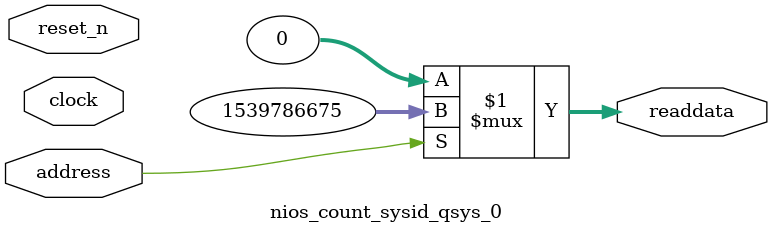
<source format=v>



// synthesis translate_off
`timescale 1ns / 1ps
// synthesis translate_on

// turn off superfluous verilog processor warnings 
// altera message_level Level1 
// altera message_off 10034 10035 10036 10037 10230 10240 10030 

module nios_count_sysid_qsys_0 (
               // inputs:
                address,
                clock,
                reset_n,

               // outputs:
                readdata
             )
;

  output  [ 31: 0] readdata;
  input            address;
  input            clock;
  input            reset_n;

  wire    [ 31: 0] readdata;
  //control_slave, which is an e_avalon_slave
  assign readdata = address ? 1539786675 : 0;

endmodule



</source>
